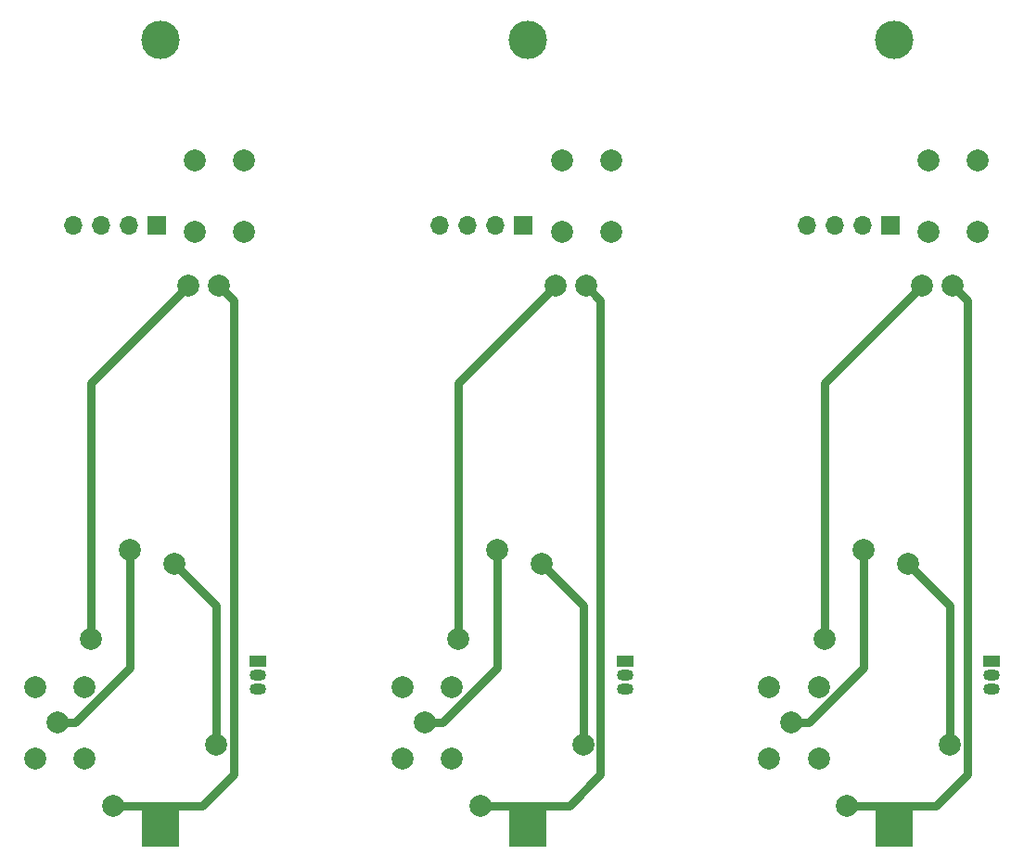
<source format=gbr>
G04 #@! TF.GenerationSoftware,KiCad,Pcbnew,5.1.6-c6e7f7d~87~ubuntu20.04.1*
G04 #@! TF.CreationDate,2020-11-03T14:00:41+02:00*
G04 #@! TF.ProjectId,temp_monitor,74656d70-5f6d-46f6-9e69-746f722e6b69,rev?*
G04 #@! TF.SameCoordinates,Original*
G04 #@! TF.FileFunction,Copper,L2,Bot*
G04 #@! TF.FilePolarity,Positive*
%FSLAX46Y46*%
G04 Gerber Fmt 4.6, Leading zero omitted, Abs format (unit mm)*
G04 Created by KiCad (PCBNEW 5.1.6-c6e7f7d~87~ubuntu20.04.1) date 2020-11-03 14:00:41*
%MOMM*%
%LPD*%
G01*
G04 APERTURE LIST*
G04 #@! TA.AperFunction,ComponentPad*
%ADD10C,2.000000*%
G04 #@! TD*
G04 #@! TA.AperFunction,ComponentPad*
%ADD11R,1.500000X1.050000*%
G04 #@! TD*
G04 #@! TA.AperFunction,ComponentPad*
%ADD12O,1.500000X1.050000*%
G04 #@! TD*
G04 #@! TA.AperFunction,ComponentPad*
%ADD13R,3.500000X3.500000*%
G04 #@! TD*
G04 #@! TA.AperFunction,ComponentPad*
%ADD14C,3.500000*%
G04 #@! TD*
G04 #@! TA.AperFunction,ComponentPad*
%ADD15O,1.700000X1.700000*%
G04 #@! TD*
G04 #@! TA.AperFunction,ComponentPad*
%ADD16R,1.700000X1.700000*%
G04 #@! TD*
G04 #@! TA.AperFunction,ViaPad*
%ADD17C,2.000000*%
G04 #@! TD*
G04 #@! TA.AperFunction,Conductor*
%ADD18C,0.750000*%
G04 #@! TD*
G04 APERTURE END LIST*
D10*
X113990000Y-43076000D03*
X109490000Y-43076000D03*
X113990000Y-36576000D03*
X109490000Y-36576000D03*
X80490000Y-43076000D03*
X75990000Y-43076000D03*
X80490000Y-36576000D03*
X75990000Y-36576000D03*
X99440000Y-91186000D03*
X94940000Y-91186000D03*
X99440000Y-84686000D03*
X94940000Y-84686000D03*
X65940000Y-91186000D03*
X61440000Y-91186000D03*
X65940000Y-84686000D03*
X61440000Y-84686000D03*
D11*
X115260000Y-82296000D03*
D12*
X115260000Y-84836000D03*
X115260000Y-83566000D03*
D11*
X81760000Y-82296000D03*
D12*
X81760000Y-84836000D03*
X81760000Y-83566000D03*
D13*
X106370000Y-97536000D03*
D14*
X106370000Y-25536000D03*
D13*
X72870000Y-97536000D03*
D14*
X72870000Y-25536000D03*
D15*
X98380000Y-42500000D03*
X100920000Y-42500000D03*
X103460000Y-42500000D03*
D16*
X106000000Y-42500000D03*
D15*
X64880000Y-42500000D03*
X67420000Y-42500000D03*
X69960000Y-42500000D03*
D16*
X72500000Y-42500000D03*
D14*
X39370000Y-25536000D03*
D13*
X39370000Y-97536000D03*
D16*
X39000000Y-42500000D03*
D15*
X36460000Y-42500000D03*
X33920000Y-42500000D03*
X31380000Y-42500000D03*
D10*
X27940000Y-84686000D03*
X32440000Y-84686000D03*
X27940000Y-91186000D03*
X32440000Y-91186000D03*
X42490000Y-36576000D03*
X46990000Y-36576000D03*
X42490000Y-43076000D03*
X46990000Y-43076000D03*
D12*
X48260000Y-83566000D03*
X48260000Y-84836000D03*
D11*
X48260000Y-82296000D03*
D17*
X36576000Y-72136000D03*
X29972000Y-87884000D03*
X70076000Y-72136000D03*
X103576000Y-72136000D03*
X63472000Y-87884000D03*
X96972000Y-87884000D03*
X33020000Y-80264000D03*
X41910000Y-48006000D03*
X44704000Y-48006000D03*
X35052000Y-95504000D03*
X78204000Y-48006000D03*
X111704000Y-48006000D03*
X68552000Y-95504000D03*
X102052000Y-95504000D03*
X66520000Y-80264000D03*
X100020000Y-80264000D03*
X75410000Y-48006000D03*
X108910000Y-48006000D03*
X44450000Y-89916000D03*
X40640000Y-73406000D03*
X77950000Y-89916000D03*
X111450000Y-89916000D03*
X74140000Y-73406000D03*
X107640000Y-73406000D03*
D18*
X36576000Y-82881002D02*
X36576000Y-72136000D01*
X31573002Y-87884000D02*
X36576000Y-82881002D01*
X29972000Y-87884000D02*
X31573002Y-87884000D01*
X65073002Y-87884000D02*
X70076000Y-82881002D01*
X98573002Y-87884000D02*
X103576000Y-82881002D01*
X70076000Y-82881002D02*
X70076000Y-72136000D01*
X103576000Y-82881002D02*
X103576000Y-72136000D01*
X63472000Y-87884000D02*
X65073002Y-87884000D01*
X96972000Y-87884000D02*
X98573002Y-87884000D01*
X33020000Y-56896000D02*
X41910000Y-48006000D01*
X33020000Y-80264000D02*
X33020000Y-56896000D01*
X35052000Y-95504000D02*
X43180000Y-95504000D01*
X46025001Y-49327001D02*
X44704000Y-48006000D01*
X46025001Y-92658999D02*
X46025001Y-49327001D01*
X43180000Y-95504000D02*
X46025001Y-92658999D01*
X76680000Y-95504000D02*
X79525001Y-92658999D01*
X110180000Y-95504000D02*
X113025001Y-92658999D01*
X68552000Y-95504000D02*
X76680000Y-95504000D01*
X102052000Y-95504000D02*
X110180000Y-95504000D01*
X79525001Y-49327001D02*
X78204000Y-48006000D01*
X113025001Y-49327001D02*
X111704000Y-48006000D01*
X79525001Y-92658999D02*
X79525001Y-49327001D01*
X113025001Y-92658999D02*
X113025001Y-49327001D01*
X66520000Y-56896000D02*
X75410000Y-48006000D01*
X100020000Y-56896000D02*
X108910000Y-48006000D01*
X66520000Y-80264000D02*
X66520000Y-56896000D01*
X100020000Y-80264000D02*
X100020000Y-56896000D01*
X44450000Y-77216000D02*
X40640000Y-73406000D01*
X44450000Y-89916000D02*
X44450000Y-77216000D01*
X77950000Y-77216000D02*
X74140000Y-73406000D01*
X111450000Y-77216000D02*
X107640000Y-73406000D01*
X77950000Y-89916000D02*
X77950000Y-77216000D01*
X111450000Y-89916000D02*
X111450000Y-77216000D01*
M02*

</source>
